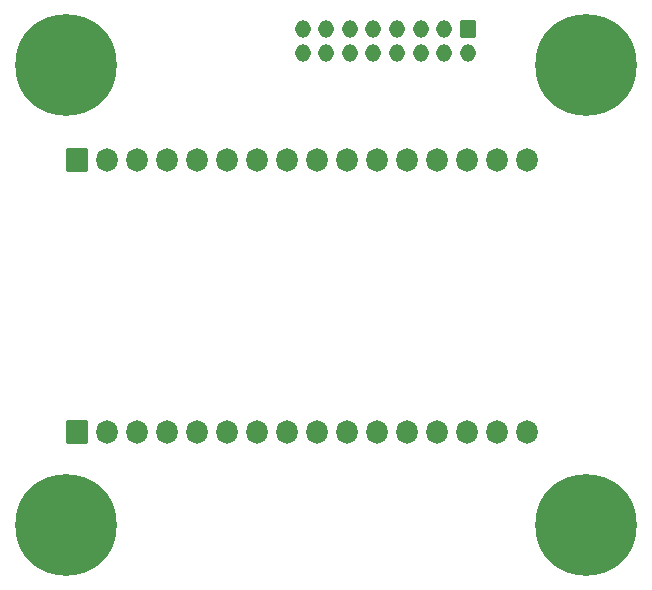
<source format=gbr>
%TF.GenerationSoftware,KiCad,Pcbnew,8.0.4*%
%TF.CreationDate,2024-08-09T00:15:22+02:00*%
%TF.ProjectId,ELE0124CL_control,454c4530-3132-4344-934c-5f636f6e7472,rev?*%
%TF.SameCoordinates,Original*%
%TF.FileFunction,Soldermask,Bot*%
%TF.FilePolarity,Negative*%
%FSLAX46Y46*%
G04 Gerber Fmt 4.6, Leading zero omitted, Abs format (unit mm)*
G04 Created by KiCad (PCBNEW 8.0.4) date 2024-08-09 00:15:22*
%MOMM*%
%LPD*%
G01*
G04 APERTURE LIST*
G04 Aperture macros list*
%AMRoundRect*
0 Rectangle with rounded corners*
0 $1 Rounding radius*
0 $2 $3 $4 $5 $6 $7 $8 $9 X,Y pos of 4 corners*
0 Add a 4 corners polygon primitive as box body*
4,1,4,$2,$3,$4,$5,$6,$7,$8,$9,$2,$3,0*
0 Add four circle primitives for the rounded corners*
1,1,$1+$1,$2,$3*
1,1,$1+$1,$4,$5*
1,1,$1+$1,$6,$7*
1,1,$1+$1,$8,$9*
0 Add four rect primitives between the rounded corners*
20,1,$1+$1,$2,$3,$4,$5,0*
20,1,$1+$1,$4,$5,$6,$7,0*
20,1,$1+$1,$6,$7,$8,$9,0*
20,1,$1+$1,$8,$9,$2,$3,0*%
G04 Aperture macros list end*
%ADD10C,1.200000*%
%ADD11C,8.600000*%
%ADD12RoundRect,0.043333X-0.606667X0.706667X-0.606667X-0.706667X0.606667X-0.706667X0.606667X0.706667X0*%
%ADD13O,1.300000X1.500000*%
%ADD14RoundRect,0.052941X0.847059X-0.947059X0.847059X0.947059X-0.847059X0.947059X-0.847059X-0.947059X0*%
%ADD15O,1.800000X2.000000*%
G04 APERTURE END LIST*
D10*
%TO.C,REF\u002A\u002A*%
X149775000Y-93000000D03*
X150719581Y-90719581D03*
X150719581Y-95280419D03*
X153000000Y-89775000D03*
D11*
X153000000Y-93000000D03*
D10*
X153000000Y-96225000D03*
X155280419Y-90719581D03*
X155280419Y-95280419D03*
X156225000Y-93000000D03*
%TD*%
%TO.C,REF\u002A\u002A*%
X149775000Y-54000000D03*
X150719581Y-51719581D03*
X150719581Y-56280419D03*
X153000000Y-50775000D03*
D11*
X153000000Y-54000000D03*
D10*
X153000000Y-57225000D03*
X155280419Y-51719581D03*
X155280419Y-56280419D03*
X156225000Y-54000000D03*
%TD*%
%TO.C,REF\u002A\u002A*%
X105775000Y-93000000D03*
X106719581Y-90719581D03*
X106719581Y-95280419D03*
X109000000Y-89775000D03*
D11*
X109000000Y-93000000D03*
D10*
X109000000Y-96225000D03*
X111280419Y-90719581D03*
X111280419Y-95280419D03*
X112225000Y-93000000D03*
%TD*%
%TO.C,REF\u002A\u002A*%
X105775000Y-54000000D03*
X106719581Y-51719581D03*
X106719581Y-56280419D03*
X109000000Y-50775000D03*
D11*
X109000000Y-54000000D03*
D10*
X109000000Y-57225000D03*
X111280419Y-51719581D03*
X111280419Y-56280419D03*
X112225000Y-54000000D03*
%TD*%
D12*
%TO.C,J2*%
X143000000Y-51000000D03*
D13*
X143000000Y-53000000D03*
X141000000Y-51000000D03*
X141000000Y-53000000D03*
X139000000Y-51000000D03*
X139000000Y-53000000D03*
X137000000Y-51000000D03*
X137000000Y-53000000D03*
X135000000Y-51000000D03*
X135000000Y-53000000D03*
X133000000Y-51000000D03*
X133000000Y-53000000D03*
X131000000Y-51000000D03*
X131000000Y-53000000D03*
X129000000Y-51000000D03*
X129000000Y-53000000D03*
%TD*%
D14*
%TO.C,J1*%
X109900000Y-85100000D03*
D15*
X112440000Y-85100000D03*
X114980000Y-85100000D03*
X117520000Y-85100000D03*
X120060000Y-85100000D03*
X122600000Y-85100000D03*
X125140000Y-85100000D03*
X127680000Y-85100000D03*
X130220000Y-85100000D03*
X132760000Y-85100000D03*
X135300000Y-85100000D03*
X137840000Y-85100000D03*
X140380000Y-85100000D03*
X142920000Y-85100000D03*
X145460000Y-85100000D03*
X148000000Y-85100000D03*
%TD*%
D14*
%TO.C,J3*%
X109900000Y-62100000D03*
D15*
X112440000Y-62100000D03*
X114980000Y-62100000D03*
X117520000Y-62100000D03*
X120060000Y-62100000D03*
X122600000Y-62100000D03*
X125140000Y-62100000D03*
X127680000Y-62100000D03*
X130220000Y-62100000D03*
X132760000Y-62100000D03*
X135300000Y-62100000D03*
X137840000Y-62100000D03*
X140380000Y-62100000D03*
X142920000Y-62100000D03*
X145460000Y-62100000D03*
X148000000Y-62100000D03*
%TD*%
M02*

</source>
